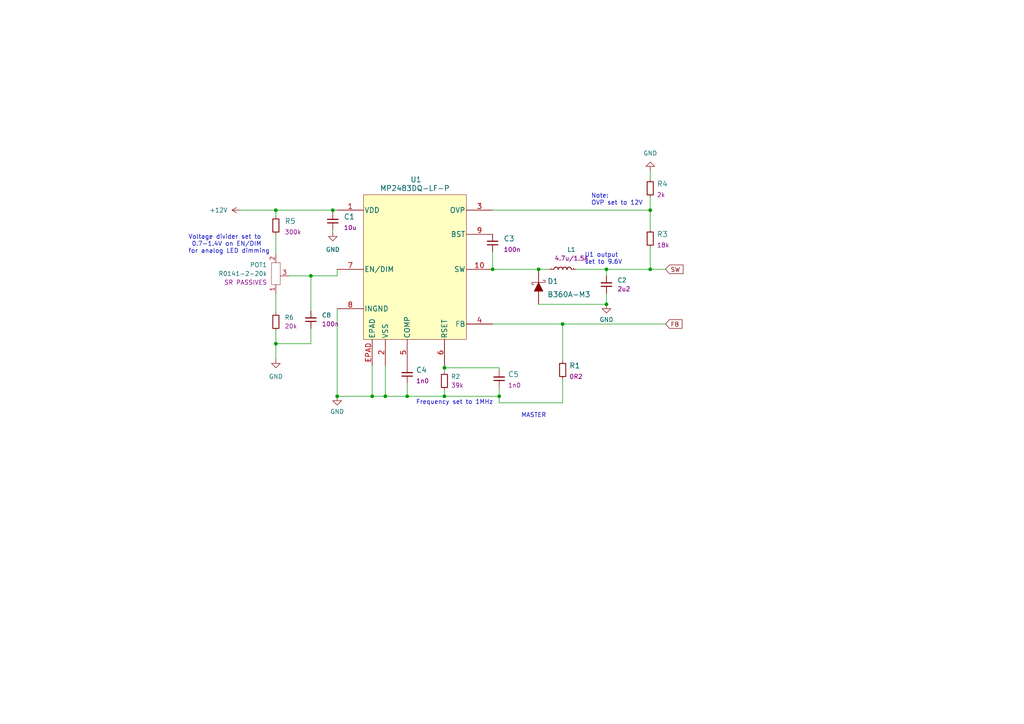
<source format=kicad_sch>
(kicad_sch (version 20211123) (generator eeschema)
  (paper "A4")
  (lib_symbols
    (symbol "antmicroCapacitors0402:C_100n_0402" (pin_numbers hide) (pin_names hide)
      (property "Reference" "C" (at 20.32 -5.08 0))
      (property "Val" "100n" (at 20.32 -7.62 0))
      (symbol "C_100n_0402_0_1"
        (polyline (pts (xy 2.032 -1.524) (xy 2.032 1.524)) (stroke (width 0.3048)))
        (polyline (pts (xy 3.048 -1.524) (xy 3.048 1.524)) (stroke (width 0.3302)))
      )
      (symbol "C_100n_0402_1_1"
        (pin passive line (at 0 0 0) (length 2.032) (name "~") (number "1"))
        (pin passive line (at 5.08 0 180) (length 2.032) (name "~") (number "2"))
      )
    )
    (symbol "antmicroCapacitors0402:C_1n0_0402" (pin_numbers hide) (pin_names hide)
      (property "Reference" "C" (at 20.32 -5.08 0))
      (property "Val" "1n0" (at 20.32 -7.62 0))
      (symbol "C_1n0_0402_0_1"
        (polyline (pts (xy 2.032 -1.524) (xy 2.032 1.524)) (stroke (width 0.3048)))
        (polyline (pts (xy 3.048 -1.524) (xy 3.048 1.524)) (stroke (width 0.3302)))
      )
      (symbol "C_1n0_0402_1_1"
        (pin passive line (at 0 0 0) (length 2.032) (name "~") (number "1"))
        (pin passive line (at 5.08 0 180) (length 2.032) (name "~") (number "2"))
      )
    )
    (symbol "antmicroCapacitors0603:C_2u2_0603" (pin_numbers hide) (pin_names hide)
      (property "Reference" "C" (at 20.32 -5.08 0))
      (property "Val" "2u2" (at 20.32 -7.62 0))
      (symbol "C_2u2_0603_0_1"
        (polyline (pts (xy 2.032 -1.524) (xy 2.032 1.524)) (stroke (width 0.3048)))
        (polyline (pts (xy 3.048 -1.524) (xy 3.048 1.524)) (stroke (width 0.3302)))
      )
      (symbol "C_2u2_0603_1_1"
        (pin passive line (at 0 0 0) (length 2.032) (name "~") (number "1"))
        (pin passive line (at 5.08 0 180) (length 2.032) (name "~") (number "2"))
      )
    )
    (symbol "antmicroCapacitorsmisc:C_10u_0805" (pin_numbers hide) (pin_names hide)
      (property "Reference" "C" (at 20.32 -5.08 0))
      (property "Val" "10u" (at 20.32 -7.62 0))
      (symbol "C_10u_0805_0_1"
        (polyline (pts (xy 2.032 -1.524) (xy 2.032 1.524)) (stroke (width 0.3048)))
        (polyline (pts (xy 3.048 -1.524) (xy 3.048 1.524)) (stroke (width 0.3302)))
      )
      (symbol "C_10u_0805_1_1"
        (pin passive line (at 0 0 0) (length 2.032) (name "~") (number "1"))
        (pin passive line (at 5.08 0 180) (length 2.032) (name "~") (number "2"))
      )
    )
    (symbol "antmicroDiodesRectifiersSingle:B360A-M3" (pin_numbers hide) (pin_names (offset 0) hide)
      (property "Reference" "D" (at 0 2.54 0))
      (property "Value" "B360A-M3" (at 0 -3.81 0))
      (symbol "B360A-M3_0_1"
        (polyline (pts (xy 1.27 1.27) (xy 1.27 -1.27)))
        (polyline (pts (xy -1.27 1.27) (xy -1.27 -1.27) (xy 1.27 0) (xy -1.27 1.27)) (fill (type outline)))
        (polyline (pts (xy 1.27 -1.27) (xy 1.27 -1.905) (xy 1.905 -1.905) (xy 1.905 -1.27)))
        (polyline (pts (xy 1.27 1.27) (xy 1.27 1.905) (xy 0.635 1.905) (xy 0.635 1.27)))
      )
      (symbol "B360A-M3_1_1"
        (pin passive line (at -5.08 0 0) (length 3.81) (name "~") (number "A"))
        (pin passive line (at 5.08 0 180) (length 3.81) (name "~") (number "K"))
      )
    )
    (symbol "antmicroFixedInductors:SRP2512A-4R7M" (pin_names (offset 1.016))
      (property "Reference" "L" (at -6.985 1.905 0))
      (property "Val" "4.7u/1.5A" (at 4.445 2.54 0))
      (symbol "SRP2512A-4R7M_0_1"
        (pin passive line (at -3.81 0 0) (length 1.27) (name "P") (number "1"))
        (pin passive line (at 3.81 0 180) (length 1.27) (name "P") (number "2"))
      )
      (symbol "SRP2512A-4R7M_1_1"
        (arc (start -2.2098 0.5334) (mid -2.4364 0.3084) (end -2.54 0) (stroke (width 0.254)))
        (arc (start -1.5748 0.5334) (mid -1.894 0.6272) (end -2.2098 0.5334) (stroke (width 0.254)))
        (arc (start -1.27 0) (mid -1.3503 0.309) (end -1.5748 0.5334) (stroke (width 0.254)))
        (arc (start -0.9398 0.5334) (mid -1.1664 0.3084) (end -1.27 0) (stroke (width 0.254)))
        (arc (start -0.3048 0.5334) (mid -0.624 0.6272) (end -0.9398 0.5334) (stroke (width 0.254)))
        (arc (start 0 0) (mid -0.0803 0.309) (end -0.3048 0.5334) (stroke (width 0.254)))
        (arc (start 0.3302 0.5334) (mid 0.1036 0.3084) (end 0.0254 0) (stroke (width 0.254)))
        (arc (start 0.9652 0.5334) (mid 0.646 0.6272) (end 0.3302 0.5334) (stroke (width 0.254)))
        (arc (start 1.2446 -0.0508) (mid 1.1813 0.2752) (end 0.9652 0.5334) (stroke (width 0.254)))
        (arc (start 1.5748 0.5334) (mid 1.357 0.3053) (end 1.27 0) (stroke (width 0.254)))
        (arc (start 2.2098 0.5334) (mid 1.8942 0.6142) (end 1.5748 0.5334) (stroke (width 0.254)))
        (arc (start 2.5146 0) (mid 2.4322 0.306) (end 2.2098 0.5334) (stroke (width 0.254)))
      )
    )
    (symbol "antmicroPMICLEDDrivers:MP2483DQ-LF-P" (pin_names (offset 0.254))
      (property "Reference" "U" (at -13.97 24.13 0))
      (property "Value" "MP2483DQ-LF-P" (at -5.08 20.955 0))
      (symbol "MP2483DQ-LF-P_1_1"
        (rectangle (start -15.24 19.05) (end 14.605 -22.86) (stroke (width 0.127)) (fill (type background)))
        (pin power_in line (at -22.86 14.605 0) (length 7.62) (name "VDD") (number "1"))
        (pin output line (at 22.225 -2.54 180) (length 7.62) (name "SW") (number "10"))
        (pin power_in line (at -8.89 -30.48 90) (length 7.62) (name "VSS") (number "2"))
        (pin unspecified line (at 22.225 14.605 180) (length 7.62) (name "OVP") (number "3"))
        (pin input line (at 22.225 -18.415 180) (length 7.62) (name "FB") (number "4"))
        (pin output line (at -2.54 -30.48 90) (length 7.62) (name "COMP") (number "5"))
        (pin unspecified line (at 8.255 -30.48 90) (length 7.62) (name "RSET") (number "6"))
        (pin input line (at -22.86 -2.54 0) (length 7.62) (name "EN/DIM") (number "7"))
        (pin power_in line (at -22.86 -13.97 0) (length 7.62) (name "INGND") (number "8"))
        (pin power_in line (at 22.225 7.62 180) (length 7.62) (name "BST") (number "9"))
        (pin power_in line (at -12.7 -30.48 90) (length 7.62) (name "EPAD") (number "EPAD"))
      )
    )
    (symbol "antmicroResistors0402:R_18k_0402" (pin_numbers hide) (pin_names hide)
      (property "Reference" "R" (at 20.32 -5.08 0))
      (property "Val" "18k" (at 20.32 -7.62 0))
      (symbol "R_18k_0402_0_1"
        (rectangle (start 0.635 0.889) (end 4.445 -0.889) (stroke (width 0.254)))
      )
      (symbol "R_18k_0402_1_1"
        (pin passive line (at 0 0 0) (length 0.635) (name "~") (number "1"))
        (pin passive line (at 5.08 0 180) (length 0.635) (name "~") (number "2"))
      )
    )
    (symbol "antmicroResistors0402:R_20k_0402" (pin_numbers hide) (pin_names hide)
      (property "Reference" "R" (at 20.32 -5.08 0))
      (property "Val" "20k" (at 20.32 -7.62 0))
      (symbol "R_20k_0402_0_1"
        (rectangle (start 0.635 0.889) (end 4.445 -0.889) (stroke (width 0.254)))
      )
      (symbol "R_20k_0402_1_1"
        (pin passive line (at 0 0 0) (length 0.635) (name "~") (number "1"))
        (pin passive line (at 5.08 0 180) (length 0.635) (name "~") (number "2"))
      )
    )
    (symbol "antmicroResistors0402:R_2k_0402" (pin_numbers hide) (pin_names hide)
      (property "Reference" "R" (at 20.32 -5.08 0))
      (property "Val" "2k" (at 20.32 -7.62 0))
      (symbol "R_2k_0402_0_1"
        (rectangle (start 0.635 0.889) (end 4.445 -0.889) (stroke (width 0.254)))
      )
      (symbol "R_2k_0402_1_1"
        (pin passive line (at 0 0 0) (length 0.635) (name "~") (number "1"))
        (pin passive line (at 5.08 0 180) (length 0.635) (name "~") (number "2"))
      )
    )
    (symbol "antmicroResistors0402:R_39k_0402" (pin_numbers hide) (pin_names hide)
      (property "Reference" "R" (at 20.32 -5.08 0))
      (property "Val" "39k" (at 20.32 -7.62 0))
      (symbol "R_39k_0402_0_1"
        (rectangle (start 0.635 0.889) (end 4.445 -0.889) (stroke (width 0.254)))
      )
      (symbol "R_39k_0402_1_1"
        (pin passive line (at 0 0 0) (length 0.635) (name "~") (number "1"))
        (pin passive line (at 5.08 0 180) (length 0.635) (name "~") (number "2"))
      )
    )
    (symbol "antmicroResistors0603:R_300k_0603" (pin_numbers hide) (pin_names hide)
      (property "Reference" "R" (at 20.32 -5.08 0))
      (property "Val" "300k" (at 20.32 -7.62 0))
      (symbol "R_300k_0603_0_1"
        (rectangle (start 0.635 0.889) (end 4.445 -0.889) (stroke (width 0.254)))
      )
      (symbol "R_300k_0603_1_1"
        (pin passive line (at 0 0 0) (length 0.635) (name "~") (number "1"))
        (pin passive line (at 5.08 0 180) (length 0.635) (name "~") (number "2"))
      )
    )
    (symbol "antmicroResistorsmisc:R_0R2_1206" (pin_numbers hide) (pin_names hide)
      (property "Reference" "R" (at 20.32 -5.08 0))
      (property "Val" "0R2" (at 20.32 -7.62 0))
      (symbol "R_0R2_1206_0_1"
        (rectangle (start 0.635 0.889) (end 4.445 -0.889) (stroke (width 0.254)))
      )
      (symbol "R_0R2_1206_1_1"
        (pin passive line (at 0 0 0) (length 0.635) (name "~") (number "1"))
        (pin passive line (at 5.08 0 180) (length 0.635) (name "~") (number "2"))
      )
    )
    (symbol "antmicroRotaryPotentiometersRheostats:R0141-2-20k"
      (property "Reference" "POT" (at 6.35 7.62 0))
      (property "Value" "R0141-2-20k" (at 6.35 2.54 0))
      (property "Manufacturer" "SR PASSIVES" (at 6.35 5.08 0))
      (symbol "R0141-2-20k_0_1"
        (rectangle (start 2.54 1.27) (end 8.89 -1.27) (stroke (width 0.1)))
      )
      (symbol "R0141-2-20k_1_1"
        (pin passive line (at 0 0 0) (length 2.54) (name "") (number "1"))
        (pin passive line (at 11.43 0 180) (length 2.54) (name "") (number "2"))
        (pin passive line (at 5.08 -3.81 90) (length 2.54) (name "") (number "3"))
      )
    )
    (symbol "power:+12V" (power) (pin_names (offset 0))
      (property "Value" "+12V" (at 0 3.556 0))
      (symbol "+12V_0_1"
        (polyline (pts (xy -0.762 1.27) (xy 0 2.54)))
        (polyline (pts (xy 0 0) (xy 0 2.54)))
        (polyline (pts (xy 0 2.54) (xy 0.762 1.27)))
      )
      (symbol "+12V_1_1"
        (pin power_in line (at 0 0 90) (length 0) hide (name "+12V") (number "1"))
      )
    )
    (symbol "power:GND" (power) (pin_names (offset 0))
      (property "Value" "GND" (at 0 -3.81 0))
      (symbol "GND_0_1"
        (polyline (pts (xy 0 0) (xy 0 -1.27) (xy 1.27 -1.27) (xy 0 -2.54) (xy -1.27 -1.27) (xy 0 -1.27)))
      )
      (symbol "GND_1_1"
        (pin power_in line (at 0 0 270) (length 0) hide (name "GND") (number "1"))
      )
    )
  )
  (junction (at 111.76 114.935))
  (junction (at 188.595 78.105))
  (junction (at 163.195 93.98))
  (junction (at 175.895 88.265))
  (junction (at 107.95 114.935))
  (junction (at 142.875 78.105))
  (junction (at 118.11 114.935))
  (junction (at 156.21 78.105))
  (junction (at 128.905 114.935))
  (junction (at 188.595 60.96))
  (junction (at 80.01 60.96))
  (junction (at 128.905 106.68))
  (junction (at 97.79 114.935))
  (junction (at 90.17 80.01))
  (junction (at 175.895 78.105))
  (junction (at 96.52 60.96))
  (junction (at 80.01 99.695))
  (junction (at 144.78 114.935))
  (wire (pts (xy 163.195 93.98) (xy 163.195 104.775)))
  (wire (pts (xy 163.195 93.98) (xy 142.875 93.98)))
  (wire (pts (xy 96.52 60.96) (xy 97.79 60.96)))
  (wire (pts (xy 97.79 89.535) (xy 97.79 114.935)))
  (wire (pts (xy 80.01 60.96) (xy 96.52 60.96)))
  (wire (pts (xy 111.76 114.935) (xy 111.76 106.045)))
  (wire (pts (xy 96.52 61.595) (xy 96.52 60.96)))
  (wire (pts (xy 90.17 99.695) (xy 80.01 99.695)))
  (wire (pts (xy 142.875 60.96) (xy 188.595 60.96)))
  (wire (pts (xy 128.905 106.68) (xy 144.78 106.68)))
  (wire (pts (xy 128.905 106.045) (xy 128.905 106.68)))
  (wire (pts (xy 69.85 60.96) (xy 80.01 60.96)))
  (wire (pts (xy 188.595 71.755) (xy 188.595 78.105)))
  (wire (pts (xy 128.905 113.03) (xy 128.905 114.935)))
  (wire (pts (xy 83.82 80.01) (xy 90.17 80.01)))
  (wire (pts (xy 193.04 93.98) (xy 163.195 93.98)))
  (wire (pts (xy 118.11 114.935) (xy 128.905 114.935)))
  (wire (pts (xy 188.595 78.105) (xy 193.04 78.105)))
  (wire (pts (xy 90.17 90.17) (xy 90.17 80.01)))
  (wire (pts (xy 90.17 80.01) (xy 97.79 80.01)))
  (wire (pts (xy 163.195 116.84) (xy 144.78 116.84)))
  (wire (pts (xy 97.79 80.01) (xy 97.79 78.105)))
  (wire (pts (xy 118.11 111.125) (xy 118.11 114.935)))
  (wire (pts (xy 96.52 66.675) (xy 96.52 67.31)))
  (wire (pts (xy 167.005 78.105) (xy 175.895 78.105)))
  (wire (pts (xy 80.01 67.945) (xy 80.01 73.66)))
  (wire (pts (xy 188.595 49.53) (xy 188.595 52.07)))
  (wire (pts (xy 175.895 78.105) (xy 175.895 80.01)))
  (wire (pts (xy 90.17 95.25) (xy 90.17 99.695)))
  (wire (pts (xy 107.95 114.935) (xy 111.76 114.935)))
  (wire (pts (xy 156.21 78.105) (xy 159.385 78.105)))
  (wire (pts (xy 97.79 114.935) (xy 107.95 114.935)))
  (wire (pts (xy 144.78 116.84) (xy 144.78 114.935)))
  (wire (pts (xy 144.78 107.315) (xy 144.78 106.68)))
  (wire (pts (xy 188.595 66.675) (xy 188.595 60.96)))
  (wire (pts (xy 175.895 85.09) (xy 175.895 88.265)))
  (wire (pts (xy 80.01 95.885) (xy 80.01 99.695)))
  (wire (pts (xy 128.905 106.68) (xy 128.905 107.95)))
  (wire (pts (xy 144.78 112.395) (xy 144.78 114.935)))
  (wire (pts (xy 163.195 109.855) (xy 163.195 116.84)))
  (wire (pts (xy 175.895 78.105) (xy 188.595 78.105)))
  (wire (pts (xy 188.595 57.15) (xy 188.595 60.96)))
  (wire (pts (xy 142.875 78.105) (xy 156.21 78.105)))
  (wire (pts (xy 80.01 60.96) (xy 80.01 62.865)))
  (wire (pts (xy 80.01 99.695) (xy 80.01 104.14)))
  (wire (pts (xy 118.11 114.935) (xy 111.76 114.935)))
  (wire (pts (xy 128.905 114.935) (xy 144.78 114.935)))
  (wire (pts (xy 156.21 88.265) (xy 175.895 88.265)))
  (wire (pts (xy 107.95 114.935) (xy 107.95 106.045)))
  (wire (pts (xy 80.01 85.09) (xy 80.01 90.805)))
  (wire (pts (xy 142.875 73.025) (xy 142.875 78.105)))
  (text "Frequency set to 1MHz" (at 120.65 117.475 0) (effects (font (size 1.27 1.27)) (justify left bottom)))
  (text "U1 output\nset to 9.6V\n" (at 169.545 76.835 0) (effects (font (size 1.27 1.27)) (justify left bottom)))
  (text "Note: \nOVP set to 12V" (at 171.45 59.69 0) (effects (font (size 1.27 1.27)) (justify left bottom)))
  (text "Voltage divider set to\n 0.7-1.4V on EN/DIM\nfor analog LED dimming" (at 54.61 73.66 0) (effects (font (size 1.27 1.27)) (justify left bottom)))
  (text "MASTER\n" (at 151.13 121.285 0) (effects (font (size 1.27 1.27)) (justify left bottom)))
  (global_label "FB" (shape input) (at 193.04 93.98 0) (property "Intersheet References" "${INTERSHEET_REFS}" (effects hide)))
  (global_label "SW" (shape input) (at 193.04 78.105 0) (property "Intersheet References" "${INTERSHEET_REFS}" (effects hide)))
  (symbol (lib_id "antmicroCapacitors0402:C_100n_0402") (at 142.875 73.025 90) (unit 1)
    (property "Reference" "C3" (at 146.05 69.2086 90) (effects (font (size 1.524 1.524)) (justify right)))
    (property "Value" "C_100n_0402" (effects hide))
    (property "Footprint" "antmicro-footprints:C_0402_1005Metric" (effects hide))
    (property "Datasheet" "https://search.murata.co.jp/Ceramy/image/img/A01X/G101/ENG/GRM155R61H104KE14-01.pdf" (effects hide))
    (property "Manufacturer" "Murata" (effects hide))
    (property "MPN" "GRM155R61H104KE14D" (effects hide))
    (property "Val" "100n" (at 146.05 72.3835 90) (effects (justify right)))
    (property "License" "Apache-2.0 License" (effects hide))
    (property "Copyright" "Copyright (c) 2023 Antmicro" (effects hide))
    (property "Voltage" "50V" (effects hide))
    (property "Dielectric" "X5R" (effects hide))
  )
  (symbol (lib_id "power:GND") (at 188.595 49.53 180) (unit 1)
    (property "Reference" "#PWR013" (effects hide))
    (property "Value" "GND" (at 188.595 44.45 0))
  )
  (symbol (lib_id "antmicroResistors0603:R_300k_0603") (at 80.01 67.945 90) (unit 1)
    (property "Reference" "R5" (at 82.55 64.135 90) (effects (font (size 1.524 1.524)) (justify right)))
    (property "Value" "R_300k_0603" (effects hide))
    (property "Footprint" "antmicro-footprints:0603-res" (effects hide))
    (property "Datasheet" "https://www.bourns.com/docs/product-datasheets/cr.pdf" (effects hide))
    (property "Manufacturer" "Bourns" (effects hide))
    (property "MPN" "CR0603-FX-3003ELF" (effects hide))
    (property "Val" "300k" (at 82.55 67.3099 90) (effects (justify right)))
    (property "License" "Apache-2.0 License" (effects hide))
    (property "Copyright" "Copyright (c) 2023 Antmicro" (effects hide))
    (property "Tolerance" "1%" (effects hide))
  )
  (symbol (lib_id "antmicroResistors0402:R_39k_0402") (at 128.905 113.03 90) (unit 1)
    (property "Reference" "R2" (at 130.81 109.2199 90) (effects (justify right)))
    (property "Value" "R_39k_0402" (effects hide))
    (property "Footprint" "antmicro-footprints:0402-res" (effects hide))
    (property "Datasheet" "https://www.bourns.com/docs/product-datasheets/cr.pdf" (effects hide))
    (property "MPN" "CR0402-FX-3902GLF" (effects hide))
    (property "Manufacturer" "Bourns" (effects hide))
    (property "License" "Apache-2.0 License" (effects hide))
    (property "Copyright" "Copyright (c) 2023 Antmicro" (effects hide))
    (property "Val" "39k" (at 130.81 111.7599 90) (effects (justify right)))
    (property "Tolerance" "1%" (effects hide))
  )
  (symbol (lib_id "antmicroCapacitors0402:C_100n_0402") (at 90.17 95.25 90) (unit 1)
    (property "Reference" "C8" (at 93.345 91.4335 90) (effects (justify right)))
    (property "Value" "C_100n_0402" (effects hide))
    (property "Footprint" "antmicro-footprints:C_0402_1005Metric" (effects hide))
    (property "Datasheet" "https://search.murata.co.jp/Ceramy/image/img/A01X/G101/ENG/GRM155R61H104KE14-01.pdf" (effects hide))
    (property "MPN" "GRM155R61H104KE14D" (effects hide))
    (property "Manufacturer" "Murata" (effects hide))
    (property "License" "Apache-2.0 License" (effects hide))
    (property "Copyright" "Copyright (c) 2023 Antmicro" (effects hide))
    (property "Val" "100n" (at 93.345 93.9735 90) (effects (justify right)))
    (property "Voltage" "50V" (effects hide))
    (property "Dielectric" "X5R" (effects hide))
  )
  (symbol (lib_id "antmicroDiodesRectifiersSingle:B360A-M3") (at 156.21 83.185 90) (unit 1)
    (property "Reference" "D1" (at 158.75 81.5975 90) (effects (font (size 1.524 1.524)) (justify right)))
    (property "Value" "B360A-M3" (at 158.75 85.4075 90) (effects (font (size 1.524 1.524)) (justify right)))
    (property "Footprint" "antmicro-footprints:DO-214AC" (effects hide))
    (property "Datasheet" "https://www.vishay.com/docs/89414/b350a-m3.pdf" (effects hide))
    (property "MPN" "B360A-M3/61T" (effects hide))
    (property "Manufacturer" "Vishay" (effects hide))
  )
  (symbol (lib_id "antmicroResistors0402:R_20k_0402") (at 80.01 95.885 90) (unit 1)
    (property "Reference" "R6" (at 82.55 92.0749 90) (effects (justify right)))
    (property "Value" "R_20k_0402" (effects hide))
    (property "Footprint" "antmicro-footprints:R_0402_1005Metric" (effects hide))
    (property "Datasheet" "https://www.bourns.com/docs/product-datasheets/cr.pdf" (effects hide))
    (property "MPN" "CR0402-FX-2002GLF" (effects hide))
    (property "Manufacturer" "Bourns" (effects hide))
    (property "License" "Apache-2.0 License" (effects hide))
    (property "Copyright" "Copyright (c) 2023 Antmicro" (effects hide))
    (property "Val" "20k" (at 82.55 94.6149 90) (effects (justify right)))
    (property "Tolerance" "1%" (effects hide))
  )
  (symbol (lib_id "antmicroCapacitors0402:C_1n0_0402") (at 118.11 111.125 90) (unit 1)
    (property "Reference" "C4" (at 120.65 107.3086 90) (effects (font (size 1.524 1.524)) (justify right)))
    (property "Value" "C_1n0_0402" (effects hide))
    (property "Footprint" "antmicro-footprints:0402-cap" (effects hide))
    (property "Manufacturer" "WURTH_ELEKTRONIK" (effects hide))
    (property "MPN" "885012005018" (effects hide))
    (property "Val" "1n0" (at 120.65 110.4835 90) (effects (justify right)))
    (property "License" "Apache-2.0 License" (effects hide))
    (property "Copyright" "Copyright (c) 2023 Antmicro" (effects hide))
  )
  (symbol (lib_id "antmicroRotaryPotentiometersRheostats:R0141-2-20k") (at 80.01 85.09 90) (unit 1)
    (property "Reference" "POT1" (at 77.47 76.8349 90) (effects (justify left)))
    (property "Value" "R0141-2-20k" (at 77.47 79.3749 90) (effects (justify left)))
    (property "Footprint" "antmicro-footprints:Potentiometer_SRPassives_R0141-2_Horizontal" (effects hide))
    (property "Datasheet" "https://www.tme.eu/Document/48eb4fb11c5e0c9b1cd467745dfbcb98/R0141-2.pdf" (effects hide))
    (property "MPN" "R0141-2-20k" (effects hide))
    (property "Manufacturer" "SR PASSIVES" (at 77.47 81.9149 90) (effects (justify left)))
    (property "Copyright" "Copyright (c) 2023 Antmicro" (effects hide))
    (property "License" "Apache-2.0" (effects hide))
  )
  (symbol (lib_id "antmicroPMICLEDDrivers:MP2483DQ-LF-P") (at 120.65 75.565 0) (unit 1)
    (property "Reference" "U1" (at 120.65 52.07 0) (effects (font (size 1.524 1.524))))
    (property "Value" "MP2483DQ-LF-P" (at 120.3325 54.61 0) (effects (font (size 1.524 1.524))))
    (property "Footprint" "antmicro-footprints:MP2483DQ-LF-P" (effects hide))
    (property "MPN" "MP2483DQ-LF-P" (effects hide))
    (property "Manufacturer" "Monolithic Power Systems Inc." (effects hide))
  )
  (symbol (lib_id "antmicroFixedInductors:SRP2512A-4R7M") (at 163.195 78.105 0) (unit 1)
    (property "Reference" "L1" (at 165.735 72.39 0))
    (property "Value" "SRP2512A-4R7M" (effects hide))
    (property "Footprint" "antmicro-footprints:SRP2512A-1R0M" (effects hide))
    (property "Datasheet" "https://www.bourns.com/docs/Product-Datasheets/SRP2512A.pdf" (effects hide))
    (property "Manufacturer" "BOURNS" (effects hide))
    (property "MPN" "SRP2512A-1R0M" (effects hide))
    (property "MaxCur" "1.5A" (effects hide))
    (property "Size" "2.5x2.0" (effects hide))
    (property "Val" "4.7u/1.5A" (at 165.735 74.93 0))
    (property "Copyright" "Copyright (c) 2023 Antmicro" (effects hide))
    (property "License" "Apache-2.0 License" (effects hide))
  )
  (symbol (lib_id "power:GND") (at 80.01 104.14 0) (unit 1)
    (property "Reference" "#PWR09" (effects hide))
    (property "Value" "GND" (at 80.01 109.22 0))
  )
  (symbol (lib_id "power:GND") (at 175.895 88.265 0) (unit 1)
    (property "Reference" "#PWR012" (effects hide))
    (property "Value" "GND" (at 175.895 92.71 0))
  )
  (symbol (lib_id "antmicroResistors0402:R_2k_0402") (at 188.595 57.15 90) (unit 1)
    (property "Reference" "R4" (at 190.5 53.34 90) (effects (font (size 1.524 1.524)) (justify right)))
    (property "Value" "R_2k_0402" (effects hide))
    (property "Footprint" "antmicro-footprints:R_0402_1005Metric" (effects hide))
    (property "Datasheet" "https://www.bourns.com/docs/product-datasheets/cr.pdf" (effects hide))
    (property "Manufacturer" "Bourns" (effects hide))
    (property "MPN" "CR0402-FX-2001GLF" (effects hide))
    (property "Val" "2k" (at 190.5 56.5149 90) (effects (justify right)))
    (property "License" "Apache-2.0 License" (effects hide))
    (property "Copyright" "Copyright (c) 2023 Antmicro" (effects hide))
    (property "Tolerance" "1%" (effects hide))
  )
  (symbol (lib_id "antmicroCapacitors0402:C_1n0_0402") (at 144.78 112.395 90) (unit 1)
    (property "Reference" "C5" (at 147.32 108.5786 90) (effects (font (size 1.524 1.524)) (justify right)))
    (property "Value" "C_1n0_0402" (effects hide))
    (property "Footprint" "antmicro-footprints:0402-cap" (effects hide))
    (property "Manufacturer" "WURTH_ELEKTRONIK" (effects hide))
    (property "MPN" "885012005018" (effects hide))
    (property "Val" "1n0" (at 147.32 111.7535 90) (effects (justify right)))
    (property "License" "Apache-2.0 License" (effects hide))
    (property "Copyright" "Copyright (c) 2023 Antmicro" (effects hide))
  )
  (symbol (lib_id "power:GND") (at 97.79 114.935 0) (unit 1)
    (property "Reference" "#PWR011" (effects hide))
    (property "Value" "GND" (at 97.79 119.38 0))
  )
  (symbol (lib_id "antmicroCapacitors0603:C_2u2_0603") (at 175.895 85.09 90) (unit 1)
    (property "Reference" "C2" (at 179.07 81.2735 90) (effects (justify right)))
    (property "Value" "C_2u2_0603" (effects hide))
    (property "Footprint" "antmicro-footprints:0603-cap" (effects hide))
    (property "Datasheet" "template_datasheet" (effects hide))
    (property "MPN" "C1608X5R1V225K080AC" (effects hide))
    (property "Manufacturer" "TDK" (effects hide))
    (property "License" "Apache-2.0 License" (effects hide))
    (property "Copyright" "Copyright (c) 2023 Antmicro" (effects hide))
    (property "Val" "2u2" (at 179.07 83.8135 90) (effects (justify right)))
  )
  (symbol (lib_id "power:GND") (at 96.52 67.31 0) (unit 1)
    (property "Reference" "#PWR010" (effects hide))
    (property "Value" "GND" (at 96.52 72.39 0))
  )
  (symbol (lib_id "antmicroCapacitorsmisc:C_10u_0805") (at 96.52 66.675 90) (unit 1)
    (property "Reference" "C1" (at 99.695 62.8586 90) (effects (font (size 1.524 1.524)) (justify right)))
    (property "Value" "C_10u_0805" (effects hide))
    (property "Footprint" "antmicro-footprints:0805-cap" (effects hide))
    (property "Manufacturer" "JOHANSON_DIELECTRICS" (effects hide))
    (property "MPN" "160R15X106KV4E" (effects hide))
    (property "Val" "10u" (at 99.695 66.0335 90) (effects (justify right)))
    (property "License" "Apache-2.0 License" (effects hide))
    (property "Copyright" "Copyright (c) 2023 Antmicro" (effects hide))
  )
  (symbol (lib_id "antmicroResistorsmisc:R_0R2_1206") (at 163.195 109.855 270) (mirror x) (unit 1)
    (property "Reference" "R1" (at 165.1 106.045 90) (effects (font (size 1.524 1.524)) (justify left)))
    (property "Value" "R_0R2_1206" (effects hide))
    (property "Footprint" "antmicro-footprints:1206-res" (effects hide))
    (property "Datasheet" "https://www.bourns.com/docs/product-datasheets/cr.pdf" (effects hide))
    (property "Manufacturer" "Bourns" (effects hide))
    (property "MPN" "CR1206-FX-0R20ELF" (effects hide))
    (property "Val" "0R2" (at 165.1 109.2199 90) (effects (justify left)))
    (property "License" "Apache-2.0 License" (effects hide))
    (property "Copyright" "Copyright (c) 2023 Antmicro" (effects hide))
    (property "Tolerance" "1%" (effects hide))
  )
  (symbol (lib_id "power:+12V") (at 69.85 60.96 90) (unit 1)
    (property "Reference" "#PWR08" (effects hide))
    (property "Value" "+12V" (at 66.04 60.9599 90) (effects (justify left)))
  )
  (symbol (lib_id "antmicroResistors0402:R_18k_0402") (at 188.595 71.755 90) (unit 1)
    (property "Reference" "R3" (at 190.5 67.945 90) (effects (font (size 1.524 1.524)) (justify right)))
    (property "Value" "R_18k_0402" (effects hide))
    (property "Footprint" "antmicro-footprints:0402-res" (effects hide))
    (property "Datasheet" "https://www.bourns.com/docs/product-datasheets/cr.pdf" (effects hide))
    (property "Manufacturer" "Bourns" (effects hide))
    (property "MPN" "CR0402-FX-1802GLF" (effects hide))
    (property "Val" "18k" (at 190.5 71.1199 90) (effects (justify right)))
    (property "License" "Apache-2.0 License" (effects hide))
    (property "Copyright" "Copyright (c) 2023 Antmicro" (effects hide))
    (property "Tolerance" "1%" (effects hide))
  )
)
</source>
